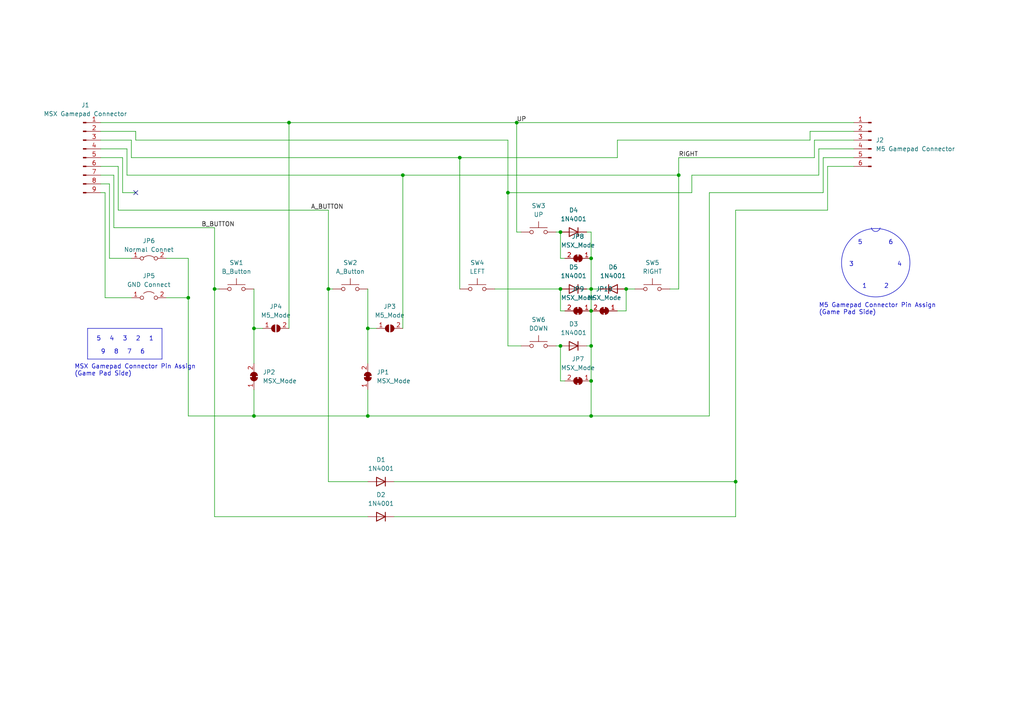
<source format=kicad_sch>
(kicad_sch (version 20230121) (generator eeschema)
  (paper "A4")
  (title_block (title "MSX/M5 Gamepad") (company "HRA!"))
  (lib_symbols
    (symbol "Connector:Conn_01x06_Pin" (pin_names (offset 1.016) hide)
      (property "Reference" "J" (at 0 7.62 0))
      (property "Value" "Conn_01x06_Pin" (at 0 -10.16 0))
      (symbol "Conn_01x06_Pin_1_1"
        (polyline (pts (xy 1.27 -7.62) (xy 0.8636 -7.62)) (stroke (width 0.1524)))
        (polyline (pts (xy 1.27 -5.08) (xy 0.8636 -5.08)) (stroke (width 0.1524)))
        (polyline (pts (xy 1.27 -2.54) (xy 0.8636 -2.54)) (stroke (width 0.1524)))
        (polyline (pts (xy 1.27 0) (xy 0.8636 0)) (stroke (width 0.1524)))
        (polyline (pts (xy 1.27 2.54) (xy 0.8636 2.54)) (stroke (width 0.1524)))
        (polyline (pts (xy 1.27 5.08) (xy 0.8636 5.08)) (stroke (width 0.1524)))
        (rectangle (start 0.8636 -7.493) (end 0 -7.747) (stroke (width 0.1524)) (fill (type outline)))
        (rectangle (start 0.8636 -4.953) (end 0 -5.207) (stroke (width 0.1524)) (fill (type outline)))
        (rectangle (start 0.8636 -2.413) (end 0 -2.667) (stroke (width 0.1524)) (fill (type outline)))
        (rectangle (start 0.8636 0.127) (end 0 -0.127) (stroke (width 0.1524)) (fill (type outline)))
        (rectangle (start 0.8636 2.667) (end 0 2.413) (stroke (width 0.1524)) (fill (type outline)))
        (rectangle (start 0.8636 5.207) (end 0 4.953) (stroke (width 0.1524)) (fill (type outline)))
        (pin passive line (at 5.08 5.08 180) (length 3.81) (name "Pin_1") (number "1"))
        (pin passive line (at 5.08 2.54 180) (length 3.81) (name "Pin_2") (number "2"))
        (pin passive line (at 5.08 0 180) (length 3.81) (name "Pin_3") (number "3"))
        (pin passive line (at 5.08 -2.54 180) (length 3.81) (name "Pin_4") (number "4"))
        (pin passive line (at 5.08 -5.08 180) (length 3.81) (name "Pin_5") (number "5"))
        (pin passive line (at 5.08 -7.62 180) (length 3.81) (name "Pin_6") (number "6"))
      )
    )
    (symbol "Connector:Conn_01x09_Pin" (pin_names (offset 1.016) hide)
      (property "Reference" "J" (at 0 12.7 0))
      (property "Value" "Conn_01x09_Pin" (at 0 -12.7 0))
      (symbol "Conn_01x09_Pin_1_1"
        (polyline (pts (xy 1.27 -10.16) (xy 0.8636 -10.16)) (stroke (width 0.1524)))
        (polyline (pts (xy 1.27 -7.62) (xy 0.8636 -7.62)) (stroke (width 0.1524)))
        (polyline (pts (xy 1.27 -5.08) (xy 0.8636 -5.08)) (stroke (width 0.1524)))
        (polyline (pts (xy 1.27 -2.54) (xy 0.8636 -2.54)) (stroke (width 0.1524)))
        (polyline (pts (xy 1.27 0) (xy 0.8636 0)) (stroke (width 0.1524)))
        (polyline (pts (xy 1.27 2.54) (xy 0.8636 2.54)) (stroke (width 0.1524)))
        (polyline (pts (xy 1.27 5.08) (xy 0.8636 5.08)) (stroke (width 0.1524)))
        (polyline (pts (xy 1.27 7.62) (xy 0.8636 7.62)) (stroke (width 0.1524)))
        (polyline (pts (xy 1.27 10.16) (xy 0.8636 10.16)) (stroke (width 0.1524)))
        (rectangle (start 0.8636 -10.033) (end 0 -10.287) (stroke (width 0.1524)) (fill (type outline)))
        (rectangle (start 0.8636 -7.493) (end 0 -7.747) (stroke (width 0.1524)) (fill (type outline)))
        (rectangle (start 0.8636 -4.953) (end 0 -5.207) (stroke (width 0.1524)) (fill (type outline)))
        (rectangle (start 0.8636 -2.413) (end 0 -2.667) (stroke (width 0.1524)) (fill (type outline)))
        (rectangle (start 0.8636 0.127) (end 0 -0.127) (stroke (width 0.1524)) (fill (type outline)))
        (rectangle (start 0.8636 2.667) (end 0 2.413) (stroke (width 0.1524)) (fill (type outline)))
        (rectangle (start 0.8636 5.207) (end 0 4.953) (stroke (width 0.1524)) (fill (type outline)))
        (rectangle (start 0.8636 7.747) (end 0 7.493) (stroke (width 0.1524)) (fill (type outline)))
        (rectangle (start 0.8636 10.287) (end 0 10.033) (stroke (width 0.1524)) (fill (type outline)))
        (pin passive line (at 5.08 10.16 180) (length 3.81) (name "Pin_1") (number "1"))
        (pin passive line (at 5.08 7.62 180) (length 3.81) (name "Pin_2") (number "2"))
        (pin passive line (at 5.08 5.08 180) (length 3.81) (name "Pin_3") (number "3"))
        (pin passive line (at 5.08 2.54 180) (length 3.81) (name "Pin_4") (number "4"))
        (pin passive line (at 5.08 0 180) (length 3.81) (name "Pin_5") (number "5"))
        (pin passive line (at 5.08 -2.54 180) (length 3.81) (name "Pin_6") (number "6"))
        (pin passive line (at 5.08 -5.08 180) (length 3.81) (name "Pin_7") (number "7"))
        (pin passive line (at 5.08 -7.62 180) (length 3.81) (name "Pin_8") (number "8"))
        (pin passive line (at 5.08 -10.16 180) (length 3.81) (name "Pin_9") (number "9"))
      )
    )
    (symbol "Diode:1N4001" (pin_numbers hide) (pin_names hide)
      (property "Reference" "D" (at 0 2.54 0))
      (property "Value" "1N4001" (at 0 -2.54 0))
      (symbol "1N4001_0_1"
        (polyline (pts (xy -1.27 1.27) (xy -1.27 -1.27)) (stroke (width 0.254)))
        (polyline (pts (xy 1.27 0) (xy -1.27 0)))
        (polyline (pts (xy 1.27 1.27) (xy 1.27 -1.27) (xy -1.27 0) (xy 1.27 1.27)) (stroke (width 0.254)))
      )
      (symbol "1N4001_1_1"
        (pin passive line (at -3.81 0 0) (length 2.54) (name "K") (number "1"))
        (pin passive line (at 3.81 0 180) (length 2.54) (name "A") (number "2"))
      )
    )
    (symbol "Jumper:Jumper_2_Bridged" (pin_names (offset 0) hide)
      (property "Reference" "JP" (at 0 1.905 0))
      (property "Value" "Jumper_2_Bridged" (at 0 -2.54 0))
      (symbol "Jumper_2_Bridged_0_0"
        (circle (center -2.032 0) (radius 0.508))
        (circle (center 2.032 0) (radius 0.508))
      )
      (symbol "Jumper_2_Bridged_0_1"
        (arc (start 1.524 0.254) (mid 0 0.762) (end -1.524 0.254))
      )
      (symbol "Jumper_2_Bridged_1_1"
        (pin passive line (at -5.08 0 0) (length 2.54) (name "A") (number "1"))
        (pin passive line (at 5.08 0 180) (length 2.54) (name "B") (number "2"))
      )
    )
    (symbol "Jumper:Jumper_2_Open" (pin_names (offset 0) hide)
      (property "Reference" "JP" (at 0 2.794 0))
      (property "Value" "Jumper_2_Open" (at 0 -2.286 0))
      (symbol "Jumper_2_Open_0_0"
        (circle (center -2.032 0) (radius 0.508))
        (circle (center 2.032 0) (radius 0.508))
      )
      (symbol "Jumper_2_Open_0_1"
        (arc (start 1.524 1.27) (mid 0 1.778) (end -1.524 1.27))
      )
      (symbol "Jumper_2_Open_1_1"
        (pin passive line (at -5.08 0 0) (length 2.54) (name "A") (number "1"))
        (pin passive line (at 5.08 0 180) (length 2.54) (name "B") (number "2"))
      )
    )
    (symbol "Jumper:SolderJumper_2_Bridged" (pin_names (offset 0) hide)
      (property "Reference" "JP" (at 0 2.032 0))
      (property "Value" "SolderJumper_2_Bridged" (at 0 -2.54 0))
      (symbol "SolderJumper_2_Bridged_0_1"
        (rectangle (start -0.508 0.508) (end 0.508 -0.508) (fill (type outline)))
        (arc (start -0.254 1.016) (mid -1.2656 0) (end -0.254 -1.016))
        (arc (start -0.254 1.016) (mid -1.2656 0) (end -0.254 -1.016) (fill (type outline)))
        (polyline (pts (xy -0.254 1.016) (xy -0.254 -1.016)))
        (polyline (pts (xy 0.254 1.016) (xy 0.254 -1.016)))
        (arc (start 0.254 -1.016) (mid 1.2656 0) (end 0.254 1.016))
        (arc (start 0.254 -1.016) (mid 1.2656 0) (end 0.254 1.016) (fill (type outline)))
      )
      (symbol "SolderJumper_2_Bridged_1_1"
        (pin passive line (at -3.81 0 0) (length 2.54) (name "A") (number "1"))
        (pin passive line (at 3.81 0 180) (length 2.54) (name "B") (number "2"))
      )
    )
    (symbol "Jumper:SolderJumper_2_Open" (pin_names (offset 0) hide)
      (property "Reference" "JP" (at 0 2.032 0))
      (property "Value" "SolderJumper_2_Open" (at 0 -2.54 0))
      (symbol "SolderJumper_2_Open_0_1"
        (arc (start -0.254 1.016) (mid -1.2656 0) (end -0.254 -1.016))
        (arc (start -0.254 1.016) (mid -1.2656 0) (end -0.254 -1.016) (fill (type outline)))
        (polyline (pts (xy -0.254 1.016) (xy -0.254 -1.016)))
        (polyline (pts (xy 0.254 1.016) (xy 0.254 -1.016)))
        (arc (start 0.254 -1.016) (mid 1.2656 0) (end 0.254 1.016))
        (arc (start 0.254 -1.016) (mid 1.2656 0) (end 0.254 1.016) (fill (type outline)))
      )
      (symbol "SolderJumper_2_Open_1_1"
        (pin passive line (at -3.81 0 0) (length 2.54) (name "A") (number "1"))
        (pin passive line (at 3.81 0 180) (length 2.54) (name "B") (number "2"))
      )
    )
    (symbol "Switch:SW_Push" (pin_numbers hide) (pin_names (offset 1.016) hide)
      (property "Reference" "SW" (at 1.27 2.54 0))
      (property "Value" "SW_Push" (at 0 -1.524 0))
      (symbol "SW_Push_0_1"
        (circle (center -2.032 0) (radius 0.508))
        (polyline (pts (xy 0 1.27) (xy 0 3.048)))
        (polyline (pts (xy 2.54 1.27) (xy -2.54 1.27)))
        (circle (center 2.032 0) (radius 0.508))
        (pin passive line (at -5.08 0 0) (length 2.54) (name "1") (number "1"))
        (pin passive line (at 5.08 0 180) (length 2.54) (name "2") (number "2"))
      )
    )
  )
  (junction (at 73.66 95.25))
  (junction (at 54.61 86.36))
  (junction (at 62.23 83.82))
  (junction (at 181.61 83.82))
  (junction (at 106.68 95.25))
  (junction (at 196.85 50.8))
  (junction (at 162.56 83.82))
  (junction (at 171.45 74.93))
  (junction (at 116.84 50.8))
  (junction (at 171.45 120.65))
  (junction (at 162.56 100.33))
  (junction (at 171.45 110.49))
  (junction (at 147.32 55.88))
  (junction (at 149.86 35.56))
  (junction (at 83.82 35.56))
  (junction (at 106.68 120.65))
  (junction (at 171.45 100.33))
  (junction (at 213.36 139.7))
  (junction (at 73.66 120.65))
  (junction (at 171.45 83.82))
  (junction (at 162.56 67.31))
  (junction (at 171.45 90.17))
  (junction (at 95.25 83.82))
  (junction (at 133.35 45.72))
  (no_connect (at 39.37 55.88))
  (polyline (pts (xy 25.4 95.25) (xy 25.4 104.14)))
  (wire (pts (xy 200.66 50.8) (xy 237.49 50.8)))
  (wire (pts (xy 106.68 120.65) (xy 171.45 120.65)))
  (wire (pts (xy 116.84 50.8) (xy 116.84 95.25)))
  (wire (pts (xy 147.32 40.64) (xy 147.32 55.88)))
  (wire (pts (xy 116.84 50.8) (xy 196.85 50.8)))
  (wire (pts (xy 35.56 45.72) (xy 35.56 55.88)))
  (wire (pts (xy 29.21 40.64) (xy 38.1 40.64)))
  (wire (pts (xy 106.68 83.82) (xy 106.68 95.25)))
  (wire (pts (xy 133.35 45.72) (xy 179.07 45.72)))
  (wire (pts (xy 106.68 113.03) (xy 106.68 120.65)))
  (wire (pts (xy 162.56 74.93) (xy 163.83 74.93)))
  (wire (pts (xy 171.45 100.33) (xy 171.45 110.49)))
  (wire (pts (xy 205.74 55.88) (xy 205.74 120.65)))
  (wire (pts (xy 240.03 60.96) (xy 240.03 48.26)))
  (wire (pts (xy 73.66 83.82) (xy 73.66 95.25)))
  (wire (pts (xy 147.32 55.88) (xy 200.66 55.88)))
  (wire (pts (xy 205.74 120.65) (xy 171.45 120.65)))
  (wire (pts (xy 39.37 38.1) (xy 39.37 40.64)))
  (wire (pts (xy 29.21 45.72) (xy 35.56 45.72)))
  (wire (pts (xy 237.49 43.18) (xy 247.65 43.18)))
  (wire (pts (xy 147.32 55.88) (xy 147.32 100.33)))
  (wire (pts (xy 171.45 74.93) (xy 171.45 83.82)))
  (wire (pts (xy 196.85 45.72) (xy 236.22 45.72)))
  (wire (pts (xy 95.25 83.82) (xy 95.25 60.96)))
  (wire (pts (xy 54.61 120.65) (xy 73.66 120.65)))
  (wire (pts (xy 29.21 55.88) (xy 30.48 55.88)))
  (wire (pts (xy 54.61 86.36) (xy 54.61 120.65)))
  (wire (pts (xy 205.74 55.88) (xy 238.76 55.88)))
  (wire (pts (xy 162.56 67.31) (xy 162.56 74.93)))
  (wire (pts (xy 29.21 53.34) (xy 31.75 53.34)))
  (wire (pts (xy 31.75 74.93) (xy 38.1 74.93)))
  (wire (pts (xy 181.61 83.82) (xy 184.15 83.82)))
  (wire (pts (xy 83.82 35.56) (xy 149.86 35.56)))
  (wire (pts (xy 170.18 83.82) (xy 171.45 83.82)))
  (wire (pts (xy 30.48 86.36) (xy 38.1 86.36)))
  (wire (pts (xy 162.56 90.17) (xy 163.83 90.17)))
  (polyline (pts (xy 46.99 104.14) (xy 46.99 95.25)))
  (wire (pts (xy 133.35 45.72) (xy 133.35 83.82)))
  (wire (pts (xy 181.61 83.82) (xy 181.61 90.17)))
  (wire (pts (xy 48.26 74.93) (xy 54.61 74.93)))
  (wire (pts (xy 143.51 83.82) (xy 162.56 83.82)))
  (wire (pts (xy 171.45 83.82) (xy 173.99 83.82)))
  (wire (pts (xy 213.36 60.96) (xy 240.03 60.96)))
  (wire (pts (xy 39.37 40.64) (xy 147.32 40.64)))
  (wire (pts (xy 236.22 40.64) (xy 247.65 40.64)))
  (wire (pts (xy 179.07 45.72) (xy 179.07 40.64)))
  (wire (pts (xy 73.66 95.25) (xy 73.66 105.41)))
  (wire (pts (xy 36.83 50.8) (xy 116.84 50.8)))
  (wire (pts (xy 114.3 139.7) (xy 213.36 139.7)))
  (wire (pts (xy 240.03 48.26) (xy 247.65 48.26)))
  (wire (pts (xy 236.22 45.72) (xy 236.22 40.64)))
  (wire (pts (xy 234.95 38.1) (xy 247.65 38.1)))
  (wire (pts (xy 238.76 55.88) (xy 238.76 45.72)))
  (wire (pts (xy 29.21 50.8) (xy 33.02 50.8)))
  (wire (pts (xy 83.82 35.56) (xy 83.82 95.25)))
  (wire (pts (xy 171.45 67.31) (xy 171.45 74.93)))
  (wire (pts (xy 149.86 67.31) (xy 151.13 67.31)))
  (wire (pts (xy 29.21 48.26) (xy 34.29 48.26)))
  (wire (pts (xy 213.36 149.86) (xy 213.36 139.7)))
  (wire (pts (xy 54.61 74.93) (xy 54.61 86.36)))
  (wire (pts (xy 73.66 95.25) (xy 76.2 95.25)))
  (wire (pts (xy 62.23 149.86) (xy 106.68 149.86)))
  (wire (pts (xy 162.56 67.31) (xy 161.29 67.31)))
  (wire (pts (xy 162.56 110.49) (xy 163.83 110.49)))
  (wire (pts (xy 48.26 86.36) (xy 54.61 86.36)))
  (wire (pts (xy 106.68 95.25) (xy 106.68 105.41)))
  (wire (pts (xy 171.45 110.49) (xy 171.45 120.65)))
  (wire (pts (xy 38.1 45.72) (xy 133.35 45.72)))
  (wire (pts (xy 95.25 139.7) (xy 106.68 139.7)))
  (wire (pts (xy 149.86 35.56) (xy 149.86 67.31)))
  (wire (pts (xy 200.66 55.88) (xy 200.66 50.8)))
  (wire (pts (xy 33.02 50.8) (xy 33.02 66.04)))
  (wire (pts (xy 196.85 83.82) (xy 194.31 83.82)))
  (wire (pts (xy 29.21 38.1) (xy 39.37 38.1)))
  (wire (pts (xy 106.68 95.25) (xy 109.22 95.25)))
  (wire (pts (xy 30.48 55.88) (xy 30.48 86.36)))
  (wire (pts (xy 213.36 139.7) (xy 213.36 60.96)))
  (wire (pts (xy 196.85 50.8) (xy 196.85 45.72)))
  (wire (pts (xy 162.56 100.33) (xy 162.56 110.49)))
  (wire (pts (xy 29.21 43.18) (xy 36.83 43.18)))
  (wire (pts (xy 147.32 100.33) (xy 151.13 100.33)))
  (wire (pts (xy 38.1 40.64) (xy 38.1 45.72)))
  (wire (pts (xy 73.66 120.65) (xy 106.68 120.65)))
  (wire (pts (xy 196.85 50.8) (xy 196.85 83.82)))
  (wire (pts (xy 179.07 40.64) (xy 234.95 40.64)))
  (wire (pts (xy 238.76 45.72) (xy 247.65 45.72)))
  (wire (pts (xy 149.86 35.56) (xy 247.65 35.56)))
  (wire (pts (xy 95.25 83.82) (xy 95.25 139.7)))
  (wire (pts (xy 34.29 60.96) (xy 95.25 60.96)))
  (wire (pts (xy 171.45 83.82) (xy 171.45 90.17)))
  (wire (pts (xy 162.56 100.33) (xy 161.29 100.33)))
  (wire (pts (xy 29.21 35.56) (xy 83.82 35.56)))
  (wire (pts (xy 62.23 83.82) (xy 62.23 149.86)))
  (polyline (pts (xy 25.4 95.25) (xy 46.99 95.25)))
  (wire (pts (xy 162.56 83.82) (xy 162.56 90.17)))
  (wire (pts (xy 34.29 48.26) (xy 34.29 60.96)))
  (wire (pts (xy 36.83 43.18) (xy 36.83 50.8)))
  (wire (pts (xy 73.66 113.03) (xy 73.66 120.65)))
  (wire (pts (xy 31.75 53.34) (xy 31.75 74.93)))
  (wire (pts (xy 234.95 40.64) (xy 234.95 38.1)))
  (wire (pts (xy 62.23 83.82) (xy 62.23 66.04)))
  (wire (pts (xy 171.45 90.17) (xy 171.45 100.33)))
  (wire (pts (xy 170.18 100.33) (xy 171.45 100.33)))
  (wire (pts (xy 62.23 83.82) (xy 63.5 83.82)))
  (wire (pts (xy 181.61 90.17) (xy 179.07 90.17)))
  (wire (pts (xy 35.56 55.88) (xy 39.37 55.88)))
  (wire (pts (xy 33.02 66.04) (xy 62.23 66.04)))
  (wire (pts (xy 171.45 67.31) (xy 170.18 67.31)))
  (wire (pts (xy 114.3 149.86) (xy 213.36 149.86)))
  (polyline (pts (xy 25.4 104.14) (xy 46.99 104.14)))
  (wire (pts (xy 237.49 50.8) (xy 237.49 43.18)))
  (wire (pts (xy 95.25 83.82) (xy 96.52 83.82)))
  (arc (start 255.27 66.04) (mid 254 67.1343) (end 252.73 66.04))
  (circle (center 254 76.2) (radius 9.919))
  (text "1" (at 251.46 83.82 0) (effects (font (size 1.27 1.27)) (justify right bottom)))
  (text "1" (at 43.18 99.06 0) (effects (font (size 1.27 1.27)) (justify left bottom)))
  (text "7" (at 36.83 102.87 0) (effects (font (size 1.27 1.27)) (justify left bottom)))
  (text "2" (at 39.37 99.06 0) (effects (font (size 1.27 1.27)) (justify left bottom)))
  (text "6" (at 40.64 102.87 0) (effects (font (size 1.27 1.27)) (justify left bottom)))
  (text "9" (at 29.21 102.87 0) (effects (font (size 1.27 1.27)) (justify left bottom)))
  (text "M5 Gamepad Connector Pin Assign\n(Game Pad Side)" (at 237.49 91.44 0) (effects (font (size 1.27 1.27)) (justify left bottom)))
  (text "2" (at 257.81 83.82 0) (effects (font (size 1.27 1.27)) (justify right bottom)))
  (text "MSX Gamepad Connector Pin Assign\n(Game Pad Side)" (at 21.59 109.22 0) (effects (font (size 1.27 1.27)) (justify left bottom)))
  (text "3" (at 247.65 77.47 0) (effects (font (size 1.27 1.27)) (justify right bottom)))
  (text "4" (at 31.75 99.06 0) (effects (font (size 1.27 1.27)) (justify left bottom)))
  (text "6" (at 259.08 71.12 0) (effects (font (size 1.27 1.27)) (justify right bottom)))
  (text "4" (at 261.62 77.47 0) (effects (font (size 1.27 1.27)) (justify right bottom)))
  (text "5" (at 250.19 71.12 0) (effects (font (size 1.27 1.27)) (justify right bottom)))
  (text "8" (at 33.02 102.87 0) (effects (font (size 1.27 1.27)) (justify left bottom)))
  (text "3" (at 35.56 99.06 0) (effects (font (size 1.27 1.27)) (justify left bottom)))
  (text "5" (at 27.94 99.06 0) (effects (font (size 1.27 1.27)) (justify left bottom)))
  (label "B_BUTTON" (at 58.42 66.04 0))
  (label "UP" (at 149.86 35.56 0))
  (label "A_BUTTON" (at 90.17 60.96 0))
  (label "RIGHT" (at 196.85 45.72 0))
  (symbol (lib_id "Diode:1N4001") (at 110.49 149.86 180) (unit 1)
    (property "Reference" "D2" (at 110.49 143.51 0))
    (property "Value" "1N4001" (at 110.49 146.05 0))
    (property "Footprint" "Diode_THT:D_DO-41_SOD81_P10.16mm_Horizontal" (effects hide))
    (property "Datasheet" "http://www.vishay.com/docs/88503/1n4001.pdf" (effects hide))
    (property "Sim.Device" "D" (effects hide))
    (property "Sim.Pins" "1=K 2=A" (effects hide))
  )
  (symbol (lib_id "Jumper:SolderJumper_2_Bridged") (at 167.64 74.93 180) (unit 1)
    (property "Reference" "JP8" (at 167.64 68.58 0))
    (property "Value" "MSX_Mode" (at 167.64 71.12 0))
    (property "Footprint" "Jumper:SolderJumper-2_P1.3mm_Bridged_RoundedPad1.0x1.5mm" (effects hide))
  )
  (symbol (lib_id "Diode:1N4001") (at 166.37 67.31 180) (unit 1)
    (property "Reference" "D4" (at 166.37 60.96 0))
    (property "Value" "1N4001" (at 166.37 63.5 0))
    (property "Footprint" "Diode_THT:D_DO-41_SOD81_P10.16mm_Horizontal" (effects hide))
    (property "Datasheet" "http://www.vishay.com/docs/88503/1n4001.pdf" (effects hide))
    (property "Sim.Device" "D" (effects hide))
    (property "Sim.Pins" "1=K 2=A" (effects hide))
  )
  (symbol (lib_id "Switch:SW_Push") (at 101.6 83.82 0) (unit 1)
    (property "Reference" "SW2" (at 101.6 76.2 0))
    (property "Value" "A_Button" (at 101.6 78.74 0))
    (property "Footprint" "1-Keyboard:Kailh_Choc_V1" (effects hide))
  )
  (symbol (lib_id "Jumper:Jumper_2_Open") (at 43.18 86.36 0) (unit 1)
    (property "Reference" "JP5" (at 43.18 80.01 0))
    (property "Value" "GND Connect" (at 43.18 82.55 0))
    (property "Footprint" "Jumper:SolderJumper-2_P1.3mm_Open_RoundedPad1.0x1.5mm" (effects hide))
  )
  (symbol (lib_id "Jumper:SolderJumper_2_Open") (at 80.01 95.25 0) (unit 1)
    (property "Reference" "JP4" (at 80.01 88.9 0))
    (property "Value" "M5_Mode" (at 80.01 91.44 0))
    (property "Footprint" "Jumper:SolderJumper-2_P1.3mm_Open_RoundedPad1.0x1.5mm" (effects hide))
  )
  (symbol (lib_id "Jumper:SolderJumper_2_Bridged") (at 175.26 90.17 180) (unit 1)
    (property "Reference" "JP10" (at 175.26 83.82 0))
    (property "Value" "MSX_Mode" (at 175.26 86.36 0))
    (property "Footprint" "Jumper:SolderJumper-2_P1.3mm_Bridged_RoundedPad1.0x1.5mm" (effects hide))
  )
  (symbol (lib_id "Switch:SW_Push") (at 156.21 67.31 0) (unit 1)
    (property "Reference" "SW3" (at 156.21 59.69 0))
    (property "Value" "UP" (at 156.21 62.23 0))
    (property "Footprint" "1-Keyboard:Kailh_Choc_V1" (effects hide))
  )
  (symbol (lib_id "Connector:Conn_01x09_Pin") (at 24.13 45.72 0) (unit 1)
    (property "Reference" "J1" (at 24.765 30.48 0))
    (property "Value" "MSX Gamepad Connector" (at 24.765 33.02 0))
    (property "Footprint" "Connector_PinHeader_2.54mm:PinHeader_1x09_P2.54mm_Vertical" (effects hide))
  )
  (symbol (lib_id "Jumper:SolderJumper_2_Bridged") (at 106.68 109.22 90) (unit 1)
    (property "Reference" "JP1" (at 109.22 107.95 90) (effects (justify right)))
    (property "Value" "MSX_Mode" (at 109.22 110.49 90) (effects (justify right)))
    (property "Footprint" "Jumper:SolderJumper-2_P1.3mm_Bridged_RoundedPad1.0x1.5mm" (effects hide))
  )
  (symbol (lib_id "Switch:SW_Push") (at 156.21 100.33 0) (unit 1)
    (property "Reference" "SW6" (at 156.21 92.71 0))
    (property "Value" "DOWN" (at 156.21 95.25 0))
    (property "Footprint" "1-Keyboard:Kailh_Choc_V1" (effects hide))
  )
  (symbol (lib_id "Jumper:SolderJumper_2_Bridged") (at 167.64 110.49 180) (unit 1)
    (property "Reference" "JP7" (at 167.64 104.14 0))
    (property "Value" "MSX_Mode" (at 167.64 106.68 0))
    (property "Footprint" "Jumper:SolderJumper-2_P1.3mm_Bridged_RoundedPad1.0x1.5mm" (effects hide))
  )
  (symbol (lib_id "Diode:1N4001") (at 110.49 139.7 180) (unit 1)
    (property "Reference" "D1" (at 110.49 133.35 0))
    (property "Value" "1N4001" (at 110.49 135.89 0))
    (property "Footprint" "Diode_THT:D_DO-41_SOD81_P10.16mm_Horizontal" (effects hide))
    (property "Datasheet" "http://www.vishay.com/docs/88503/1n4001.pdf" (effects hide))
    (property "Sim.Device" "D" (effects hide))
    (property "Sim.Pins" "1=K 2=A" (effects hide))
  )
  (symbol (lib_id "Jumper:SolderJumper_2_Bridged") (at 73.66 109.22 90) (unit 1)
    (property "Reference" "JP2" (at 76.2 107.95 90) (effects (justify right)))
    (property "Value" "MSX_Mode" (at 76.2 110.49 90) (effects (justify right)))
    (property "Footprint" "Jumper:SolderJumper-2_P1.3mm_Bridged_RoundedPad1.0x1.5mm" (effects hide))
  )
  (symbol (lib_id "Diode:1N4001") (at 166.37 83.82 180) (unit 1)
    (property "Reference" "D5" (at 166.37 77.47 0))
    (property "Value" "1N4001" (at 166.37 80.01 0))
    (property "Footprint" "Diode_THT:D_DO-41_SOD81_P10.16mm_Horizontal" (effects hide))
    (property "Datasheet" "http://www.vishay.com/docs/88503/1n4001.pdf" (effects hide))
    (property "Sim.Device" "D" (effects hide))
    (property "Sim.Pins" "1=K 2=A" (effects hide))
  )
  (symbol (lib_id "Connector:Conn_01x06_Pin") (at 252.73 40.64 0) (mirror y) (unit 1)
    (property "Reference" "J2" (at 254 40.64 0) (effects (justify right)))
    (property "Value" "M5 Gamepad Connector" (at 254 43.18 0) (effects (justify right)))
    (property "Footprint" "Connector_PinHeader_2.54mm:PinHeader_1x06_P2.54mm_Vertical" (effects hide))
  )
  (symbol (lib_id "Switch:SW_Push") (at 138.43 83.82 0) (unit 1)
    (property "Reference" "SW4" (at 138.43 76.2 0))
    (property "Value" "LEFT" (at 138.43 78.74 0))
    (property "Footprint" "1-Keyboard:Kailh_Choc_V1" (effects hide))
  )
  (symbol (lib_id "Diode:1N4001") (at 166.37 100.33 180) (unit 1)
    (property "Reference" "D3" (at 166.37 93.98 0))
    (property "Value" "1N4001" (at 166.37 96.52 0))
    (property "Footprint" "Diode_THT:D_DO-41_SOD81_P10.16mm_Horizontal" (effects hide))
    (property "Datasheet" "http://www.vishay.com/docs/88503/1n4001.pdf" (effects hide))
    (property "Sim.Device" "D" (effects hide))
    (property "Sim.Pins" "1=K 2=A" (effects hide))
  )
  (symbol (lib_id "Switch:SW_Push") (at 68.58 83.82 0) (unit 1)
    (property "Reference" "SW1" (at 68.58 76.2 0))
    (property "Value" "B_Button" (at 68.58 78.74 0))
    (property "Footprint" "1-Keyboard:Kailh_Choc_V1" (effects hide))
  )
  (symbol (lib_id "Switch:SW_Push") (at 189.23 83.82 0) (unit 1)
    (property "Reference" "SW5" (at 189.23 76.2 0))
    (property "Value" "RIGHT" (at 189.23 78.74 0))
    (property "Footprint" "1-Keyboard:Kailh_Choc_V1" (effects hide))
  )
  (symbol (lib_id "Jumper:Jumper_2_Bridged") (at 43.18 74.93 0) (unit 1)
    (property "Reference" "JP6" (at 43.18 69.85 0))
    (property "Value" "Normal Connet" (at 43.18 72.39 0))
    (property "Footprint" "Jumper:SolderJumper-2_P1.3mm_Bridged_RoundedPad1.0x1.5mm" (effects hide))
  )
  (symbol (lib_id "Jumper:SolderJumper_2_Bridged") (at 167.64 90.17 180) (unit 1)
    (property "Reference" "JP9" (at 167.64 83.82 0))
    (property "Value" "MSX_Mode" (at 167.64 86.36 0))
    (property "Footprint" "Jumper:SolderJumper-2_P1.3mm_Bridged_RoundedPad1.0x1.5mm" (effects hide))
  )
  (symbol (lib_id "Jumper:SolderJumper_2_Open") (at 113.03 95.25 0) (unit 1)
    (property "Reference" "JP3" (at 113.03 88.9 0))
    (property "Value" "M5_Mode" (at 113.03 91.44 0))
    (property "Footprint" "Jumper:SolderJumper-2_P1.3mm_Open_RoundedPad1.0x1.5mm" (effects hide))
  )
  (symbol (lib_id "Diode:1N4001") (at 177.8 83.82 0) (unit 1)
    (property "Reference" "D6" (at 177.8 77.47 0))
    (property "Value" "1N4001" (at 177.8 80.01 0))
    (property "Footprint" "Diode_THT:D_DO-41_SOD81_P10.16mm_Horizontal" (effects hide))
    (property "Datasheet" "http://www.vishay.com/docs/88503/1n4001.pdf" (effects hide))
    (property "Sim.Device" "D" (effects hide))
    (property "Sim.Pins" "1=K 2=A" (effects hide))
  )
)
</source>
